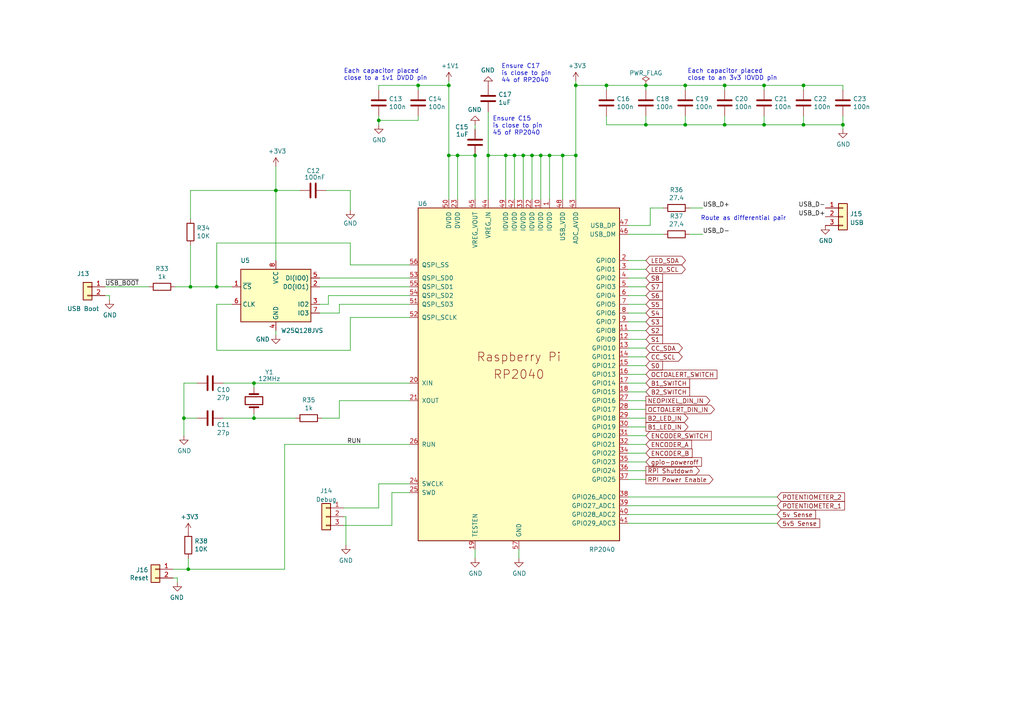
<source format=kicad_sch>
(kicad_sch (version 20211123) (generator eeschema)
  (paper "A4")
  (title_block (title "GUP Control Board") (date "2022-08-08") (rev "v3"))
  (lib_symbols
    (symbol "Connector_Generic:Conn_01x02" (pin_names (offset 1.016) hide)
      (property "Reference" "J" (at 0 2.54 0))
      (property "Value" "Conn_01x02" (at 0 -5.08 0))
      (symbol "Conn_01x02_1_1"
        (rectangle (start -1.27 -2.413) (end 0 -2.667) (stroke (width 0.1524)))
        (rectangle (start -1.27 0.127) (end 0 -0.127) (stroke (width 0.1524)))
        (rectangle (start -1.27 1.27) (end 1.27 -3.81) (stroke (width 0.254)) (fill (type background)))
        (pin passive line (at -5.08 0 0) (length 3.81) (name "Pin_1") (number "1"))
        (pin passive line (at -5.08 -2.54 0) (length 3.81) (name "Pin_2") (number "2"))
      )
    )
    (symbol "Connector_Generic:Conn_01x03" (pin_names (offset 1.016) hide)
      (property "Reference" "J" (at 0 5.08 0))
      (property "Value" "Conn_01x03" (at 0 -5.08 0))
      (symbol "Conn_01x03_1_1"
        (rectangle (start -1.27 -2.413) (end 0 -2.667) (stroke (width 0.1524)))
        (rectangle (start -1.27 0.127) (end 0 -0.127) (stroke (width 0.1524)))
        (rectangle (start -1.27 2.667) (end 0 2.413) (stroke (width 0.1524)))
        (rectangle (start -1.27 3.81) (end 1.27 -3.81) (stroke (width 0.254)) (fill (type background)))
        (pin passive line (at -5.08 2.54 0) (length 3.81) (name "Pin_1") (number "1"))
        (pin passive line (at -5.08 0 0) (length 3.81) (name "Pin_2") (number "2"))
        (pin passive line (at -5.08 -2.54 0) (length 3.81) (name "Pin_3") (number "3"))
      )
    )
    (symbol "Device:C" (pin_numbers hide) (pin_names (offset 0.254))
      (property "Reference" "C" (at 0.635 2.54 0))
      (property "Value" "C" (at 0.635 -2.54 0))
      (symbol "C_0_1"
        (polyline (pts (xy -2.032 -0.762) (xy 2.032 -0.762)) (stroke (width 0.508)))
        (polyline (pts (xy -2.032 0.762) (xy 2.032 0.762)) (stroke (width 0.508)))
      )
      (symbol "C_1_1"
        (pin passive line (at 0 3.81 270) (length 2.794) (name "~") (number "1"))
        (pin passive line (at 0 -3.81 90) (length 2.794) (name "~") (number "2"))
      )
    )
    (symbol "Device:Crystal" (pin_numbers hide) (pin_names (offset 1.016) hide)
      (property "Reference" "Y" (at 0 3.81 0))
      (property "Value" "Crystal" (at 0 -3.81 0))
      (symbol "Crystal_0_1"
        (rectangle (start -1.143 2.54) (end 1.143 -2.54) (stroke (width 0.3048)))
        (polyline (pts (xy -2.54 0) (xy -1.905 0)))
        (polyline (pts (xy -1.905 -1.27) (xy -1.905 1.27)) (stroke (width 0.508)))
        (polyline (pts (xy 1.905 -1.27) (xy 1.905 1.27)) (stroke (width 0.508)))
        (polyline (pts (xy 2.54 0) (xy 1.905 0)))
      )
      (symbol "Crystal_1_1"
        (pin passive line (at -3.81 0 0) (length 1.27) (name "1") (number "1"))
        (pin passive line (at 3.81 0 180) (length 1.27) (name "2") (number "2"))
      )
    )
    (symbol "Device:R" (pin_numbers hide) (pin_names (offset 0))
      (property "Reference" "R" (at 2.032 0 90))
      (property "Value" "R" (at 0 0 90))
      (symbol "R_0_1"
        (rectangle (start -1.016 -2.54) (end 1.016 2.54) (stroke (width 0.254)))
      )
      (symbol "R_1_1"
        (pin passive line (at 0 3.81 270) (length 1.27) (name "~") (number "1"))
        (pin passive line (at 0 -3.81 90) (length 1.27) (name "~") (number "2"))
      )
    )
    (symbol "MCU_RaspberryPi_RP2040:RP2040" (pin_names (offset 1.016))
      (property "Reference" "U" (at -29.21 49.53 0))
      (property "Value" "RP2040" (at 24.13 -49.53 0))
      (symbol "RP2040_0_0"
        (text "Raspberry Pi" (at 0 5.08 0) (effects (font (size 2.54 2.54))))
        (text "RP2040" (at 0 0 0) (effects (font (size 2.54 2.54))))
      )
      (symbol "RP2040_0_1"
        (rectangle (start 29.21 48.26) (end -29.21 -48.26) (stroke (width 0.254)) (fill (type background)))
      )
      (symbol "RP2040_1_1"
        (pin power_in line (at 8.89 50.8 270) (length 2.54) (name "IOVDD") (number "1"))
        (pin power_in line (at 6.35 50.8 270) (length 2.54) (name "IOVDD") (number "10"))
        (pin bidirectional line (at 31.75 12.7 180) (length 2.54) (name "GPIO8") (number "11"))
        (pin bidirectional line (at 31.75 10.16 180) (length 2.54) (name "GPIO9") (number "12"))
        (pin bidirectional line (at 31.75 7.62 180) (length 2.54) (name "GPIO10") (number "13"))
        (pin bidirectional line (at 31.75 5.08 180) (length 2.54) (name "GPIO11") (number "14"))
        (pin bidirectional line (at 31.75 2.54 180) (length 2.54) (name "GPIO12") (number "15"))
        (pin bidirectional line (at 31.75 0 180) (length 2.54) (name "GPIO13") (number "16"))
        (pin bidirectional line (at 31.75 -2.54 180) (length 2.54) (name "GPIO14") (number "17"))
        (pin bidirectional line (at 31.75 -5.08 180) (length 2.54) (name "GPIO15") (number "18"))
        (pin passive line (at -12.7 -50.8 90) (length 2.54) (name "TESTEN") (number "19"))
        (pin bidirectional line (at 31.75 33.02 180) (length 2.54) (name "GPIO0") (number "2"))
        (pin input line (at -31.75 -2.54 0) (length 2.54) (name "XIN") (number "20"))
        (pin passive line (at -31.75 -7.62 0) (length 2.54) (name "XOUT") (number "21"))
        (pin power_in line (at 3.81 50.8 270) (length 2.54) (name "IOVDD") (number "22"))
        (pin power_in line (at -17.78 50.8 270) (length 2.54) (name "DVDD") (number "23"))
        (pin output line (at -31.75 -31.75 0) (length 2.54) (name "SWCLK") (number "24"))
        (pin bidirectional line (at -31.75 -34.29 0) (length 2.54) (name "SWD") (number "25"))
        (pin input line (at -31.75 -20.32 0) (length 2.54) (name "RUN") (number "26"))
        (pin bidirectional line (at 31.75 -7.62 180) (length 2.54) (name "GPIO16") (number "27"))
        (pin bidirectional line (at 31.75 -10.16 180) (length 2.54) (name "GPIO17") (number "28"))
        (pin bidirectional line (at 31.75 -12.7 180) (length 2.54) (name "GPIO18") (number "29"))
        (pin bidirectional line (at 31.75 30.48 180) (length 2.54) (name "GPIO1") (number "3"))
        (pin bidirectional line (at 31.75 -15.24 180) (length 2.54) (name "GPIO19") (number "30"))
        (pin bidirectional line (at 31.75 -17.78 180) (length 2.54) (name "GPIO20") (number "31"))
        (pin bidirectional line (at 31.75 -20.32 180) (length 2.54) (name "GPIO21") (number "32"))
        (pin power_in line (at 1.27 50.8 270) (length 2.54) (name "IOVDD") (number "33"))
        (pin bidirectional line (at 31.75 -22.86 180) (length 2.54) (name "GPIO22") (number "34"))
        (pin bidirectional line (at 31.75 -25.4 180) (length 2.54) (name "GPIO23") (number "35"))
        (pin bidirectional line (at 31.75 -27.94 180) (length 2.54) (name "GPIO24") (number "36"))
        (pin bidirectional line (at 31.75 -30.48 180) (length 2.54) (name "GPIO25") (number "37"))
        (pin bidirectional line (at 31.75 -35.56 180) (length 2.54) (name "GPIO26_ADC0") (number "38"))
        (pin bidirectional line (at 31.75 -38.1 180) (length 2.54) (name "GPIO27_ADC1") (number "39"))
        (pin bidirectional line (at 31.75 27.94 180) (length 2.54) (name "GPIO2") (number "4"))
        (pin bidirectional line (at 31.75 -40.64 180) (length 2.54) (name "GPIO28_ADC2") (number "40"))
        (pin bidirectional line (at 31.75 -43.18 180) (length 2.54) (name "GPIO29_ADC3") (number "41"))
        (pin power_in line (at -1.27 50.8 270) (length 2.54) (name "IOVDD") (number "42"))
        (pin power_in line (at 16.51 50.8 270) (length 2.54) (name "ADC_AVDD") (number "43"))
        (pin power_in line (at -8.89 50.8 270) (length 2.54) (name "VREG_IN") (number "44"))
        (pin power_out line (at -12.7 50.8 270) (length 2.54) (name "VREG_VOUT") (number "45"))
        (pin bidirectional line (at 31.75 40.64 180) (length 2.54) (name "USB_DM") (number "46"))
        (pin bidirectional line (at 31.75 43.18 180) (length 2.54) (name "USB_DP") (number "47"))
        (pin power_in line (at 12.7 50.8 270) (length 2.54) (name "USB_VDD") (number "48"))
        (pin power_in line (at -3.81 50.8 270) (length 2.54) (name "IOVDD") (number "49"))
        (pin bidirectional line (at 31.75 25.4 180) (length 2.54) (name "GPIO3") (number "5"))
        (pin power_in line (at -20.32 50.8 270) (length 2.54) (name "DVDD") (number "50"))
        (pin bidirectional line (at -31.75 20.32 0) (length 2.54) (name "QSPI_SD3") (number "51"))
        (pin output line (at -31.75 16.51 0) (length 2.54) (name "QSPI_SCLK") (number "52"))
        (pin bidirectional line (at -31.75 27.94 0) (length 2.54) (name "QSPI_SD0") (number "53"))
        (pin bidirectional line (at -31.75 22.86 0) (length 2.54) (name "QSPI_SD2") (number "54"))
        (pin bidirectional line (at -31.75 25.4 0) (length 2.54) (name "QSPI_SD1") (number "55"))
        (pin bidirectional line (at -31.75 31.75 0) (length 2.54) (name "QSPI_SS") (number "56"))
        (pin power_in line (at 0 -50.8 90) (length 2.54) (name "GND") (number "57"))
        (pin bidirectional line (at 31.75 22.86 180) (length 2.54) (name "GPIO4") (number "6"))
        (pin bidirectional line (at 31.75 20.32 180) (length 2.54) (name "GPIO5") (number "7"))
        (pin bidirectional line (at 31.75 17.78 180) (length 2.54) (name "GPIO6") (number "8"))
        (pin bidirectional line (at 31.75 15.24 180) (length 2.54) (name "GPIO7") (number "9"))
      )
    )
    (symbol "Memory_Flash:W25Q128JVS"
      (property "Reference" "U" (at -8.89 8.89 0))
      (property "Value" "W25Q128JVS" (at 7.62 8.89 0))
      (symbol "W25Q128JVS_0_1"
        (rectangle (start -10.16 7.62) (end 10.16 -7.62) (stroke (width 0.254)) (fill (type background)))
      )
      (symbol "W25Q128JVS_1_1"
        (pin input line (at -12.7 2.54 0) (length 2.54) (name "~{CS}") (number "1"))
        (pin bidirectional line (at 12.7 2.54 180) (length 2.54) (name "DO(IO1)") (number "2"))
        (pin bidirectional line (at 12.7 -2.54 180) (length 2.54) (name "IO2") (number "3"))
        (pin power_in line (at 0 -10.16 90) (length 2.54) (name "GND") (number "4"))
        (pin bidirectional line (at 12.7 5.08 180) (length 2.54) (name "DI(IO0)") (number "5"))
        (pin input line (at -12.7 -2.54 0) (length 2.54) (name "CLK") (number "6"))
        (pin bidirectional line (at 12.7 -5.08 180) (length 2.54) (name "IO3") (number "7"))
        (pin power_in line (at 0 10.16 270) (length 2.54) (name "VCC") (number "8"))
      )
    )
    (symbol "power:+1V1" (power) (pin_names (offset 0))
      (property "Value" "+1V1" (at 0 3.556 0))
      (symbol "+1V1_0_1"
        (polyline (pts (xy -0.762 1.27) (xy 0 2.54)))
        (polyline (pts (xy 0 0) (xy 0 2.54)))
        (polyline (pts (xy 0 2.54) (xy 0.762 1.27)))
      )
      (symbol "+1V1_1_1"
        (pin power_in line (at 0 0 90) (length 0) hide (name "+1V1") (number "1"))
      )
    )
    (symbol "power:+3V3" (power) (pin_names (offset 0))
      (property "Value" "+3V3" (at 0 3.556 0))
      (symbol "+3V3_0_1"
        (polyline (pts (xy -0.762 1.27) (xy 0 2.54)))
        (polyline (pts (xy 0 0) (xy 0 2.54)))
        (polyline (pts (xy 0 2.54) (xy 0.762 1.27)))
      )
      (symbol "+3V3_1_1"
        (pin power_in line (at 0 0 90) (length 0) hide (name "+3V3") (number "1"))
      )
    )
    (symbol "power:GND" (power) (pin_names (offset 0))
      (property "Value" "GND" (at 0 -3.81 0))
      (symbol "GND_0_1"
        (polyline (pts (xy 0 0) (xy 0 -1.27) (xy 1.27 -1.27) (xy 0 -2.54) (xy -1.27 -1.27) (xy 0 -1.27)))
      )
      (symbol "GND_1_1"
        (pin power_in line (at 0 0 270) (length 0) hide (name "GND") (number "1"))
      )
    )
    (symbol "power:PWR_FLAG" (power) (pin_numbers hide) (pin_names (offset 0) hide)
      (property "Value" "PWR_FLAG" (at 0 3.81 0))
      (symbol "PWR_FLAG_0_0"
        (pin power_out line (at 0 0 90) (length 0) (name "pwr") (number "1"))
      )
      (symbol "PWR_FLAG_0_1"
        (polyline (pts (xy 0 0) (xy 0 1.27) (xy -1.016 1.905) (xy 0 2.54) (xy 1.016 1.905) (xy 0 1.27)))
      )
    )
  )
  (junction (at 53.34 121.285))
  (junction (at 132.715 45.085))
  (junction (at 233.045 36.195))
  (junction (at 121.285 24.765))
  (junction (at 187.325 36.195))
  (junction (at 210.185 24.765))
  (junction (at 130.175 45.085))
  (junction (at 198.755 36.195))
  (junction (at 167.005 24.765))
  (junction (at 210.185 36.195))
  (junction (at 55.245 83.185))
  (junction (at 54.61 165.1))
  (junction (at 137.795 45.085))
  (junction (at 73.66 111.125))
  (junction (at 62.865 83.185))
  (junction (at 146.685 45.085))
  (junction (at 80.01 55.245))
  (junction (at 130.175 24.765))
  (junction (at 154.305 45.085))
  (junction (at 149.225 45.085))
  (junction (at 109.855 34.925))
  (junction (at 167.005 45.085))
  (junction (at 163.195 45.085))
  (junction (at 221.615 36.195))
  (junction (at 141.605 45.085))
  (junction (at 73.66 121.285))
  (junction (at 198.755 24.765))
  (junction (at 187.325 24.765))
  (junction (at 151.765 45.085))
  (junction (at 156.845 45.085))
  (junction (at 233.045 24.765))
  (junction (at 159.385 45.085))
  (junction (at 175.895 24.765))
  (junction (at 221.615 24.765))
  (junction (at 244.475 36.195))
  (wire (pts (xy 109.855 147.32) (xy 109.855 140.335)))
  (wire (pts (xy 55.245 55.245) (xy 55.245 63.5)))
  (wire (pts (xy 233.045 36.195) (xy 244.475 36.195)))
  (wire (pts (xy 113.665 152.4) (xy 113.665 142.875)))
  (wire (pts (xy 99.695 149.86) (xy 100.33 149.86)))
  (wire (pts (xy 53.34 111.125) (xy 53.34 121.285)))
  (wire (pts (xy 187.325 33.655) (xy 187.325 36.195)))
  (wire (pts (xy 149.225 57.785) (xy 149.225 45.085)))
  (wire (pts (xy 137.795 45.085) (xy 132.715 45.085)))
  (wire (pts (xy 146.685 57.785) (xy 146.685 45.085)))
  (wire (pts (xy 182.245 146.685) (xy 225.425 146.685)))
  (wire (pts (xy 101.6 70.485) (xy 101.6 76.835)))
  (wire (pts (xy 149.225 45.085) (xy 151.765 45.085)))
  (wire (pts (xy 146.685 45.085) (xy 149.225 45.085)))
  (wire (pts (xy 93.345 121.285) (xy 98.425 121.285)))
  (wire (pts (xy 182.245 67.945) (xy 192.405 67.945)))
  (wire (pts (xy 121.285 24.765) (xy 130.175 24.765)))
  (wire (pts (xy 92.71 80.645) (xy 118.745 80.645)))
  (wire (pts (xy 233.045 26.035) (xy 233.045 24.765)))
  (wire (pts (xy 167.005 24.765) (xy 175.895 24.765)))
  (wire (pts (xy 62.865 88.265) (xy 67.31 88.265)))
  (wire (pts (xy 92.71 88.265) (xy 95.25 88.265)))
  (wire (pts (xy 151.765 45.085) (xy 154.305 45.085)))
  (wire (pts (xy 187.325 36.195) (xy 175.895 36.195)))
  (wire (pts (xy 141.605 45.085) (xy 146.685 45.085)))
  (wire (pts (xy 92.71 90.805) (xy 98.425 90.805)))
  (wire (pts (xy 182.245 151.765) (xy 225.425 151.765)))
  (wire (pts (xy 182.245 93.345) (xy 187.325 93.345)))
  (wire (pts (xy 221.615 26.035) (xy 221.615 24.765)))
  (wire (pts (xy 182.245 80.645) (xy 187.325 80.645)))
  (wire (pts (xy 50.8 83.185) (xy 55.245 83.185)))
  (wire (pts (xy 121.285 34.925) (xy 121.285 33.655)))
  (wire (pts (xy 98.425 121.285) (xy 98.425 116.205)))
  (wire (pts (xy 182.245 111.125) (xy 187.325 111.125)))
  (wire (pts (xy 73.66 111.125) (xy 118.745 111.125)))
  (wire (pts (xy 51.435 167.64) (xy 51.435 168.91)))
  (wire (pts (xy 156.845 57.785) (xy 156.845 45.085)))
  (wire (pts (xy 109.855 34.925) (xy 109.855 36.195)))
  (wire (pts (xy 80.01 48.26) (xy 80.01 55.245)))
  (wire (pts (xy 182.245 83.185) (xy 187.325 83.185)))
  (wire (pts (xy 109.855 33.655) (xy 109.855 34.925)))
  (wire (pts (xy 98.425 88.265) (xy 98.425 90.805)))
  (wire (pts (xy 94.615 55.245) (xy 101.6 55.245)))
  (wire (pts (xy 167.005 24.765) (xy 167.005 45.085)))
  (wire (pts (xy 137.795 159.385) (xy 137.795 161.925)))
  (wire (pts (xy 182.245 121.285) (xy 187.325 121.285)))
  (wire (pts (xy 187.325 24.765) (xy 198.755 24.765)))
  (wire (pts (xy 210.185 33.655) (xy 210.185 36.195)))
  (wire (pts (xy 233.045 36.195) (xy 221.615 36.195)))
  (wire (pts (xy 182.245 65.405) (xy 188.595 65.405)))
  (wire (pts (xy 98.425 116.205) (xy 118.745 116.205)))
  (wire (pts (xy 109.855 24.765) (xy 121.285 24.765)))
  (wire (pts (xy 175.895 24.765) (xy 187.325 24.765)))
  (wire (pts (xy 159.385 45.085) (xy 159.385 57.785)))
  (wire (pts (xy 182.245 88.265) (xy 187.325 88.265)))
  (wire (pts (xy 233.045 33.655) (xy 233.045 36.195)))
  (wire (pts (xy 198.755 33.655) (xy 198.755 36.195)))
  (wire (pts (xy 182.245 75.565) (xy 187.325 75.565)))
  (wire (pts (xy 118.745 128.905) (xy 82.55 128.905)))
  (wire (pts (xy 182.245 123.825) (xy 187.325 123.825)))
  (wire (pts (xy 121.285 26.035) (xy 121.285 24.765)))
  (wire (pts (xy 82.55 128.905) (xy 82.55 165.1)))
  (wire (pts (xy 182.245 126.365) (xy 187.325 126.365)))
  (wire (pts (xy 101.6 101.6) (xy 62.865 101.6)))
  (wire (pts (xy 156.845 45.085) (xy 159.385 45.085)))
  (wire (pts (xy 130.175 45.085) (xy 130.175 57.785)))
  (wire (pts (xy 182.245 103.505) (xy 187.325 103.505)))
  (wire (pts (xy 43.18 83.185) (xy 30.48 83.185)))
  (wire (pts (xy 73.66 121.285) (xy 85.725 121.285)))
  (wire (pts (xy 182.245 98.425) (xy 187.325 98.425)))
  (wire (pts (xy 210.185 36.195) (xy 198.755 36.195)))
  (wire (pts (xy 200.025 67.945) (xy 203.835 67.945)))
  (wire (pts (xy 101.6 76.835) (xy 118.745 76.835)))
  (wire (pts (xy 154.305 45.085) (xy 156.845 45.085)))
  (wire (pts (xy 99.695 152.4) (xy 113.665 152.4)))
  (wire (pts (xy 221.615 36.195) (xy 210.185 36.195)))
  (wire (pts (xy 80.01 55.245) (xy 86.995 55.245)))
  (wire (pts (xy 132.715 45.085) (xy 130.175 45.085)))
  (wire (pts (xy 182.245 136.525) (xy 187.325 136.525)))
  (wire (pts (xy 167.005 23.495) (xy 167.005 24.765)))
  (wire (pts (xy 80.01 95.885) (xy 80.01 97.155)))
  (wire (pts (xy 244.475 33.655) (xy 244.475 36.195)))
  (wire (pts (xy 92.71 83.185) (xy 118.745 83.185)))
  (wire (pts (xy 151.765 57.785) (xy 151.765 45.085)))
  (wire (pts (xy 109.855 26.035) (xy 109.855 24.765)))
  (wire (pts (xy 113.665 142.875) (xy 118.745 142.875)))
  (wire (pts (xy 101.6 55.245) (xy 101.6 60.96)))
  (wire (pts (xy 182.245 90.805) (xy 187.325 90.805)))
  (wire (pts (xy 244.475 36.195) (xy 244.475 37.465)))
  (wire (pts (xy 182.245 139.065) (xy 187.325 139.065)))
  (wire (pts (xy 101.6 70.485) (xy 62.865 70.485)))
  (wire (pts (xy 182.245 113.665) (xy 187.325 113.665)))
  (wire (pts (xy 132.715 57.785) (xy 132.715 45.085)))
  (wire (pts (xy 118.745 88.265) (xy 98.425 88.265)))
  (wire (pts (xy 182.245 85.725) (xy 187.325 85.725)))
  (wire (pts (xy 182.245 95.885) (xy 187.325 95.885)))
  (wire (pts (xy 137.795 57.785) (xy 137.795 45.085)))
  (wire (pts (xy 163.195 57.785) (xy 163.195 45.085)))
  (wire (pts (xy 198.755 24.765) (xy 210.185 24.765)))
  (wire (pts (xy 175.895 26.035) (xy 175.895 24.765)))
  (wire (pts (xy 198.755 36.195) (xy 187.325 36.195)))
  (wire (pts (xy 73.66 120.015) (xy 73.66 121.285)))
  (wire (pts (xy 137.795 36.195) (xy 137.795 37.465)))
  (wire (pts (xy 62.865 83.185) (xy 67.31 83.185)))
  (wire (pts (xy 99.695 147.32) (xy 109.855 147.32)))
  (wire (pts (xy 187.325 26.035) (xy 187.325 24.765)))
  (wire (pts (xy 62.865 70.485) (xy 62.865 83.185)))
  (wire (pts (xy 54.61 165.1) (xy 50.165 165.1)))
  (wire (pts (xy 221.615 24.765) (xy 233.045 24.765)))
  (wire (pts (xy 163.195 45.085) (xy 167.005 45.085)))
  (wire (pts (xy 64.77 121.285) (xy 73.66 121.285)))
  (wire (pts (xy 100.33 149.86) (xy 100.33 158.115)))
  (wire (pts (xy 167.005 45.085) (xy 167.005 57.785)))
  (wire (pts (xy 210.185 24.765) (xy 221.615 24.765)))
  (wire (pts (xy 53.34 121.285) (xy 53.34 126.365)))
  (wire (pts (xy 109.855 34.925) (xy 121.285 34.925)))
  (wire (pts (xy 55.245 83.185) (xy 62.865 83.185)))
  (wire (pts (xy 109.855 140.335) (xy 118.745 140.335)))
  (wire (pts (xy 130.175 23.495) (xy 130.175 24.765)))
  (wire (pts (xy 141.605 45.085) (xy 141.605 32.385)))
  (wire (pts (xy 30.48 85.725) (xy 31.75 85.725)))
  (wire (pts (xy 101.6 92.075) (xy 101.6 101.6)))
  (wire (pts (xy 154.305 45.085) (xy 154.305 57.785)))
  (wire (pts (xy 188.595 60.325) (xy 192.405 60.325)))
  (wire (pts (xy 182.245 149.225) (xy 225.425 149.225)))
  (wire (pts (xy 182.245 106.045) (xy 187.325 106.045)))
  (wire (pts (xy 182.245 131.445) (xy 187.325 131.445)))
  (wire (pts (xy 95.25 88.265) (xy 95.25 85.725)))
  (wire (pts (xy 80.01 55.245) (xy 80.01 75.565)))
  (wire (pts (xy 198.755 26.035) (xy 198.755 24.765)))
  (wire (pts (xy 55.245 71.12) (xy 55.245 83.185)))
  (wire (pts (xy 62.865 101.6) (xy 62.865 88.265)))
  (wire (pts (xy 57.15 121.285) (xy 53.34 121.285)))
  (wire (pts (xy 200.025 60.325) (xy 203.835 60.325)))
  (wire (pts (xy 55.245 55.245) (xy 80.01 55.245)))
  (wire (pts (xy 175.895 33.655) (xy 175.895 36.195)))
  (wire (pts (xy 31.75 85.725) (xy 31.75 86.995)))
  (wire (pts (xy 130.175 24.765) (xy 130.175 45.085)))
  (wire (pts (xy 182.245 100.965) (xy 187.325 100.965)))
  (wire (pts (xy 244.475 26.035) (xy 244.475 24.765)))
  (wire (pts (xy 188.595 60.325) (xy 188.595 65.405)))
  (wire (pts (xy 182.245 144.145) (xy 225.425 144.145)))
  (wire (pts (xy 54.61 161.925) (xy 54.61 165.1)))
  (wire (pts (xy 182.245 116.205) (xy 187.325 116.205)))
  (wire (pts (xy 95.25 85.725) (xy 118.745 85.725)))
  (wire (pts (xy 82.55 165.1) (xy 54.61 165.1)))
  (wire (pts (xy 182.245 118.745) (xy 187.325 118.745)))
  (wire (pts (xy 118.745 92.075) (xy 101.6 92.075)))
  (wire (pts (xy 50.165 167.64) (xy 51.435 167.64)))
  (wire (pts (xy 159.385 45.085) (xy 163.195 45.085)))
  (wire (pts (xy 73.66 111.125) (xy 73.66 112.395)))
  (wire (pts (xy 141.605 57.785) (xy 141.605 45.085)))
  (wire (pts (xy 182.245 133.985) (xy 187.325 133.985)))
  (wire (pts (xy 182.245 108.585) (xy 187.325 108.585)))
  (wire (pts (xy 233.045 24.765) (xy 244.475 24.765)))
  (wire (pts (xy 57.15 111.125) (xy 53.34 111.125)))
  (wire (pts (xy 182.245 78.105) (xy 187.325 78.105)))
  (wire (pts (xy 182.245 128.905) (xy 187.325 128.905)))
  (wire (pts (xy 221.615 33.655) (xy 221.615 36.195)))
  (wire (pts (xy 64.77 111.125) (xy 73.66 111.125)))
  (wire (pts (xy 210.185 26.035) (xy 210.185 24.765)))
  (wire (pts (xy 150.495 159.385) (xy 150.495 161.925)))
  (text "Route as differential pair" (at 203.2 64.135 0) (effects (font (size 1.27 1.27)) (justify left bottom)))
  (text "Ensure C15\nis close to pin\n45 of RP2040" (at 142.875 39.37 0) (effects (font (size 1.27 1.27)) (justify left bottom)))
  (text "Each capacitor placed\nclose to an 3v3 IOVDD pin" (at 199.39 23.495 0) (effects (font (size 1.27 1.27)) (justify left bottom)))
  (text "Ensure C17\nis close to pin\n44 of RP2040" (at 145.415 24.13 0) (effects (font (size 1.27 1.27)) (justify left bottom)))
  (text "Each capacitor placed\nclose to a 1v1 DVDD pin" (at 99.695 23.495 0) (effects (font (size 1.27 1.27)) (justify left bottom)))
  (label "USB_D-" (at 203.835 67.945 0))
  (label "USB_D+" (at 203.835 60.325 0))
  (label "USB_D+" (at 239.395 62.865 180))
  (label "RUN" (at 104.775 128.905 180))
  (label "~{USB_BOOT}" (at 30.48 83.185 0))
  (label "USB_D-" (at 239.395 60.325 180))
  (global_label "ENCODER_B" (shape input) (at 187.325 131.445 0) (property "Intersheet References" "${INTERSHEET_REFS}" (effects hide)))
  (global_label "B2_SWITCH" (shape input) (at 187.325 113.665 0) (property "Intersheet References" "${INTERSHEET_REFS}" (effects hide)))
  (global_label "S4" (shape input) (at 187.325 90.805 0) (property "Intersheet References" "${INTERSHEET_REFS}" (effects hide)))
  (global_label "5v Sense" (shape input) (at 225.425 149.225 0) (property "Intersheet References" "${INTERSHEET_REFS}" (effects hide)))
  (global_label "S8" (shape input) (at 187.325 80.645 0) (property "Intersheet References" "${INTERSHEET_REFS}" (effects hide)))
  (global_label "POTENTIOMETER_1" (shape input) (at 225.425 146.685 0) (property "Intersheet References" "${INTERSHEET_REFS}" (effects hide)))
  (global_label "POTENTIOMETER_2" (shape input) (at 225.425 144.145 0) (property "Intersheet References" "${INTERSHEET_REFS}" (effects hide)))
  (global_label "~{RPi Shutdown}" (shape output) (at 187.325 136.525 0) (property "Intersheet References" "${INTERSHEET_REFS}" (effects hide)))
  (global_label "OCTOALERT_DIN_IN" (shape output) (at 187.325 118.745 0) (property "Intersheet References" "${INTERSHEET_REFS}" (effects hide)))
  (global_label "S1" (shape input) (at 187.325 98.425 0) (property "Intersheet References" "${INTERSHEET_REFS}" (effects hide)))
  (global_label "S5" (shape input) (at 187.325 88.265 0) (property "Intersheet References" "${INTERSHEET_REFS}" (effects hide)))
  (global_label "S7" (shape input) (at 187.325 83.185 0) (property "Intersheet References" "${INTERSHEET_REFS}" (effects hide)))
  (global_label "ENCODER_SWITCH" (shape input) (at 187.325 126.365 0) (property "Intersheet References" "${INTERSHEET_REFS}" (effects hide)))
  (global_label "5v5 Sense" (shape input) (at 225.425 151.765 0) (property "Intersheet References" "${INTERSHEET_REFS}" (effects hide)))
  (global_label "gpio-poweroff" (shape input) (at 187.325 133.985 0) (property "Intersheet References" "${INTERSHEET_REFS}" (effects hide)))
  (global_label "NEOPIXEL_DIN_IN" (shape output) (at 187.325 116.205 0) (property "Intersheet References" "${INTERSHEET_REFS}" (effects hide)))
  (global_label "LED_SDA" (shape bidirectional) (at 187.325 75.565 0) (property "Intersheet References" "${INTERSHEET_REFS}" (effects hide)))
  (global_label "RPI Power Enable" (shape output) (at 187.325 139.065 0) (property "Intersheet References" "${INTERSHEET_REFS}" (effects hide)))
  (global_label "OCTOALERT_SWITCH" (shape input) (at 187.325 108.585 0) (property "Intersheet References" "${INTERSHEET_REFS}" (effects hide)))
  (global_label "S6" (shape input) (at 187.325 85.725 0) (property "Intersheet References" "${INTERSHEET_REFS}" (effects hide)))
  (global_label "B2_LED_IN" (shape output) (at 187.325 121.285 0) (property "Intersheet References" "${INTERSHEET_REFS}" (effects hide)))
  (global_label "B1_LED_IN" (shape output) (at 187.325 123.825 0) (property "Intersheet References" "${INTERSHEET_REFS}" (effects hide)))
  (global_label "S0" (shape input) (at 187.325 106.045 0) (property "Intersheet References" "${INTERSHEET_REFS}" (effects hide)))
  (global_label "CC_SCL" (shape bidirectional) (at 187.325 103.505 0) (property "Intersheet References" "${INTERSHEET_REFS}" (effects hide)))
  (global_label "B1_SWITCH" (shape input) (at 187.325 111.125 0) (property "Intersheet References" "${INTERSHEET_REFS}" (effects hide)))
  (global_label "LED_SCL" (shape bidirectional) (at 187.325 78.105 0) (property "Intersheet References" "${INTERSHEET_REFS}" (effects hide)))
  (global_label "S2" (shape input) (at 187.325 95.885 0) (property "Intersheet References" "${INTERSHEET_REFS}" (effects hide)))
  (global_label "CC_SDA" (shape bidirectional) (at 187.325 100.965 0) (property "Intersheet References" "${INTERSHEET_REFS}" (effects hide)))
  (global_label "S3" (shape input) (at 187.325 93.345 0) (property "Intersheet References" "${INTERSHEET_REFS}" (effects hide)))
  (global_label "ENCODER_A" (shape input) (at 187.325 128.905 0) (property "Intersheet References" "${INTERSHEET_REFS}" (effects hide)))
  (symbol (lib_id "Device:R") (at 55.245 67.31 0) (unit 1)
    (property "Reference" "R34" (at 57.023 66.1416 0) (effects (justify left)))
    (property "Value" "10K" (at 57.023 68.453 0) (effects (justify left)))
    (property "Footprint" "Resistor_SMD:R_1206_3216Metric_Pad1.30x1.75mm_HandSolder" (effects hide))
  )
  (symbol (lib_id "power:GND") (at 100.33 158.115 0) (mirror y) (unit 1)
    (property "Reference" "#PWR047" (effects hide))
    (property "Value" "GND" (at 100.33 162.5584 0))
  )
  (symbol (lib_id "Memory_Flash:W25Q128JVS") (at 80.01 85.725 0) (unit 1)
    (property "Reference" "U5" (at 71.12 75.565 0))
    (property "Value" "W25Q128JVS" (at 87.63 95.885 0))
    (property "Footprint" "SamacSys_Parts:SOIC127P790X216-8N" (effects hide))
    (property "Datasheet" "http://www.winbond.com/resource-files/w25q128jv_dtr%20revc%2003272018%20plus.pdf" (effects hide))
  )
  (symbol (lib_id "power:GND") (at 137.795 36.195 180) (unit 1)
    (property "Reference" "#PWR049" (effects hide))
    (property "Value" "GND" (at 137.668 31.8008 0))
  )
  (symbol (lib_id "Device:R") (at 54.61 158.115 0) (unit 1)
    (property "Reference" "R38" (at 56.388 156.9466 0) (effects (justify left)))
    (property "Value" "10K" (at 56.388 159.258 0) (effects (justify left)))
    (property "Footprint" "Resistor_SMD:R_0603_1608Metric_Pad0.98x0.95mm_HandSolder" (effects hide))
  )
  (symbol (lib_id "Device:C") (at 210.185 29.845 0) (unit 1)
    (property "Reference" "C20" (at 213.106 28.6766 0) (effects (justify left)))
    (property "Value" "100n" (at 213.106 30.988 0) (effects (justify left)))
    (property "Footprint" "Capacitor_SMD:C_0603_1608Metric_Pad1.08x0.95mm_HandSolder" (effects hide))
  )
  (symbol (lib_id "power:GND") (at 80.01 97.155 0) (unit 1)
    (property "Reference" "#PWR046" (effects hide))
    (property "Value" "GND" (at 76.2 98.425 0))
  )
  (symbol (lib_id "Connector_Generic:Conn_01x03") (at 244.475 62.865 0) (unit 1)
    (property "Reference" "J15" (at 246.507 62.0303 0) (effects (justify left)))
    (property "Value" "USB" (at 246.507 64.5672 0) (effects (justify left)))
    (property "Footprint" "Connector_PinHeader_2.54mm:PinHeader_1x03_P2.54mm_Vertical" (effects hide))
  )
  (symbol (lib_id "Connector_Generic:Conn_01x02") (at 45.085 165.1 0) (mirror y) (unit 1)
    (property "Reference" "J16" (at 43.053 165.3032 0) (effects (justify left)))
    (property "Value" "Reset" (at 43.053 167.6146 0) (effects (justify left)))
    (property "Footprint" "Connector_PinHeader_2.54mm:PinHeader_1x02_P2.54mm_Vertical" (effects hide))
  )
  (symbol (lib_id "MCU_RaspberryPi_RP2040:RP2040") (at 150.495 108.585 0) (unit 1)
    (property "Reference" "U6" (at 122.555 59.055 0))
    (property "Value" "RP2040" (at 174.625 159.385 0))
    (property "Footprint" "RP2040_minimal:RP2040-QFN-56" (effects hide))
  )
  (symbol (lib_id "Device:C") (at 121.285 29.845 0) (unit 1)
    (property "Reference" "C14" (at 124.206 28.6766 0) (effects (justify left)))
    (property "Value" "100n" (at 124.206 30.988 0) (effects (justify left)))
    (property "Footprint" "Capacitor_SMD:C_0603_1608Metric_Pad1.08x0.95mm_HandSolder" (effects hide))
  )
  (symbol (lib_id "Device:R") (at 196.215 60.325 270) (unit 1)
    (property "Reference" "R36" (at 196.215 55.0672 90))
    (property "Value" "27.4" (at 196.215 57.3786 90))
    (property "Footprint" "Resistor_SMD:R_0603_1608Metric_Pad0.98x0.95mm_HandSolder" (effects hide))
  )
  (symbol (lib_id "Device:C") (at 90.805 55.245 270) (mirror x) (unit 1)
    (property "Reference" "C12" (at 88.9 49.53 90) (effects (justify left)))
    (property "Value" "100nF" (at 88.265 51.435 90) (effects (justify left)))
    (property "Footprint" "Capacitor_SMD:C_1206_3216Metric_Pad1.33x1.80mm_HandSolder" (effects hide))
  )
  (symbol (lib_id "power:+1V1") (at 130.175 23.495 0) (unit 1)
    (property "Reference" "#PWR050" (effects hide))
    (property "Value" "+1V1" (at 130.556 19.1008 0))
  )
  (symbol (lib_id "power:GND") (at 244.475 37.465 0) (unit 1)
    (property "Reference" "#PWR056" (effects hide))
    (property "Value" "GND" (at 244.602 41.8592 0))
  )
  (symbol (lib_id "Device:Crystal") (at 73.66 116.205 90) (mirror x) (unit 1)
    (property "Reference" "Y1" (at 78.105 107.95 90))
    (property "Value" "12MHz" (at 78.105 109.855 90))
    (property "Footprint" "SamacSys_Parts:ABLS7M216000MHZD2YT" (effects hide))
    (property "Digi-Key_PN" "535-13415-1-ND" (effects hide))
  )
  (symbol (lib_id "Device:C") (at 60.96 121.285 270) (unit 1)
    (property "Reference" "C11" (at 62.865 123.19 90) (effects (justify left)))
    (property "Value" "27p" (at 62.865 125.5014 90) (effects (justify left)))
    (property "Footprint" "Capacitor_SMD:C_1206_3216Metric_Pad1.33x1.80mm_HandSolder" (effects hide))
  )
  (symbol (lib_id "Device:C") (at 60.96 111.125 270) (unit 1)
    (property "Reference" "C10" (at 62.865 113.03 90) (effects (justify left)))
    (property "Value" "27p" (at 62.865 115.3414 90) (effects (justify left)))
    (property "Footprint" "Capacitor_SMD:C_1206_3216Metric_Pad1.33x1.80mm_HandSolder" (effects hide))
  )
  (symbol (lib_id "Device:R") (at 89.535 121.285 270) (unit 1)
    (property "Reference" "R35" (at 89.535 116.0272 90))
    (property "Value" "1k" (at 89.535 118.3386 90))
    (property "Footprint" "Resistor_SMD:R_0603_1608Metric_Pad0.98x0.95mm_HandSolder" (effects hide))
  )
  (symbol (lib_id "power:GND") (at 109.855 36.195 0) (unit 1)
    (property "Reference" "#PWR048" (effects hide))
    (property "Value" "GND" (at 109.982 40.5892 0))
  )
  (symbol (lib_id "power:GND") (at 101.6 60.96 0) (mirror y) (unit 1)
    (property "Reference" "#PWR044" (effects hide))
    (property "Value" "GND" (at 101.6 64.77 0))
  )
  (symbol (lib_id "power:PWR_FLAG") (at 187.325 24.765 0) (unit 1)
    (property "Reference" "#FLG05" (effects hide))
    (property "Value" "PWR_FLAG" (at 187.325 21.1892 0))
  )
  (symbol (lib_id "Device:C") (at 109.855 29.845 0) (unit 1)
    (property "Reference" "C13" (at 112.776 28.6766 0) (effects (justify left)))
    (property "Value" "100n" (at 112.776 30.988 0) (effects (justify left)))
    (property "Footprint" "Capacitor_SMD:C_0603_1608Metric_Pad1.08x0.95mm_HandSolder" (effects hide))
  )
  (symbol (lib_id "Device:C") (at 137.795 41.275 180) (unit 1)
    (property "Reference" "C15" (at 135.89 36.83 0) (effects (justify left)))
    (property "Value" "1uF" (at 135.89 38.9636 0) (effects (justify left)))
    (property "Footprint" "Capacitor_SMD:C_0603_1608Metric_Pad1.08x0.95mm_HandSolder" (effects hide))
  )
  (symbol (lib_id "Device:C") (at 175.895 29.845 0) (unit 1)
    (property "Reference" "C16" (at 178.816 28.6766 0) (effects (justify left)))
    (property "Value" "100n" (at 178.816 30.988 0) (effects (justify left)))
    (property "Footprint" "Capacitor_SMD:C_0603_1608Metric_Pad1.08x0.95mm_HandSolder" (effects hide))
  )
  (symbol (lib_id "power:GND") (at 141.605 24.765 180) (unit 1)
    (property "Reference" "#PWR057" (effects hide))
    (property "Value" "GND" (at 141.478 20.3708 0))
  )
  (symbol (lib_id "power:GND") (at 31.75 86.995 0) (unit 1)
    (property "Reference" "#PWR042" (effects hide))
    (property "Value" "GND" (at 31.877 91.3892 0))
  )
  (symbol (lib_id "power:GND") (at 53.34 126.365 0) (unit 1)
    (property "Reference" "#PWR043" (effects hide))
    (property "Value" "GND" (at 53.467 130.7592 0))
  )
  (symbol (lib_id "power:+3V3") (at 80.01 48.26 0) (unit 1)
    (property "Reference" "#PWR045" (effects hide))
    (property "Value" "+3V3" (at 80.391 43.8658 0))
  )
  (symbol (lib_id "Device:R") (at 46.99 83.185 270) (unit 1)
    (property "Reference" "R33" (at 46.99 77.9272 90))
    (property "Value" "1k" (at 46.99 80.2386 90))
    (property "Footprint" "Resistor_SMD:R_1206_3216Metric_Pad1.30x1.75mm_HandSolder" (effects hide))
  )
  (symbol (lib_id "power:+3V3") (at 54.61 154.305 0) (unit 1)
    (property "Reference" "#PWR054" (effects hide))
    (property "Value" "+3V3" (at 54.991 149.9108 0))
  )
  (symbol (lib_id "Device:C") (at 187.325 29.845 0) (unit 1)
    (property "Reference" "C18" (at 190.246 28.6766 0) (effects (justify left)))
    (property "Value" "100n" (at 190.246 30.988 0) (effects (justify left)))
    (property "Footprint" "Capacitor_SMD:C_0603_1608Metric_Pad1.08x0.95mm_HandSolder" (effects hide))
  )
  (symbol (lib_id "power:GND") (at 239.395 65.405 0) (unit 1)
    (property "Reference" "#PWR055" (effects hide))
    (property "Value" "GND" (at 239.522 69.7992 0))
  )
  (symbol (lib_id "Connector_Generic:Conn_01x02") (at 25.4 83.185 0) (mirror y) (unit 1)
    (property "Reference" "J13" (at 24.13 79.375 0))
    (property "Value" "USB Boot" (at 24.13 89.535 0))
    (property "Footprint" "Connector_PinHeader_2.54mm:PinHeader_1x02_P2.54mm_Vertical" (effects hide))
  )
  (symbol (lib_id "Device:R") (at 196.215 67.945 270) (unit 1)
    (property "Reference" "R37" (at 196.215 62.6872 90))
    (property "Value" "27.4" (at 196.215 64.9986 90))
    (property "Footprint" "Resistor_SMD:R_0603_1608Metric_Pad0.98x0.95mm_HandSolder" (effects hide))
  )
  (symbol (lib_id "Device:C") (at 141.605 28.575 0) (unit 1)
    (property "Reference" "C17" (at 144.526 27.4066 0) (effects (justify left)))
    (property "Value" "1uF" (at 144.526 29.718 0) (effects (justify left)))
    (property "Footprint" "Capacitor_SMD:C_0603_1608Metric_Pad1.08x0.95mm_HandSolder" (effects hide))
  )
  (symbol (lib_id "Device:C") (at 233.045 29.845 0) (unit 1)
    (property "Reference" "C22" (at 235.966 28.6766 0) (effects (justify left)))
    (property "Value" "100n" (at 235.966 30.988 0) (effects (justify left)))
    (property "Footprint" "Capacitor_SMD:C_0603_1608Metric_Pad1.08x0.95mm_HandSolder" (effects hide))
  )
  (symbol (lib_id "Connector_Generic:Conn_01x03") (at 94.615 149.86 0) (mirror y) (unit 1)
    (property "Reference" "J14" (at 94.615 142.3502 0))
    (property "Value" "Debug" (at 94.615 144.8871 0))
    (property "Footprint" "Connector_PinHeader_2.54mm:PinHeader_1x03_P2.54mm_Vertical" (effects hide))
  )
  (symbol (lib_id "power:GND") (at 150.495 161.925 0) (unit 1)
    (property "Reference" "#PWR052" (effects hide))
    (property "Value" "GND" (at 150.622 166.3192 0))
  )
  (symbol (lib_id "Device:C") (at 198.755 29.845 0) (unit 1)
    (property "Reference" "C19" (at 201.676 28.6766 0) (effects (justify left)))
    (property "Value" "100n" (at 201.676 30.988 0) (effects (justify left)))
    (property "Footprint" "Capacitor_SMD:C_0603_1608Metric_Pad1.08x0.95mm_HandSolder" (effects hide))
  )
  (symbol (lib_id "power:GND") (at 137.795 161.925 0) (unit 1)
    (property "Reference" "#PWR051" (effects hide))
    (property "Value" "GND" (at 137.922 166.3192 0))
  )
  (symbol (lib_id "Device:C") (at 221.615 29.845 0) (unit 1)
    (property "Reference" "C21" (at 224.536 28.6766 0) (effects (justify left)))
    (property "Value" "100n" (at 224.536 30.988 0) (effects (justify left)))
    (property "Footprint" "Capacitor_SMD:C_0603_1608Metric_Pad1.08x0.95mm_HandSolder" (effects hide))
  )
  (symbol (lib_id "power:+3V3") (at 167.005 23.495 0) (unit 1)
    (property "Reference" "#PWR053" (effects hide))
    (property "Value" "+3V3" (at 167.386 19.1008 0))
  )
  (symbol (lib_id "power:GND") (at 51.435 168.91 0) (mirror y) (unit 1)
    (property "Reference" "#PWR039" (effects hide))
    (property "Value" "GND" (at 51.308 173.3042 0))
  )
  (symbol (lib_id "Device:C") (at 244.475 29.845 0) (unit 1)
    (property "Reference" "C23" (at 247.396 28.6766 0) (effects (justify left)))
    (property "Value" "100n" (at 247.396 30.988 0) (effects (justify left)))
    (property "Footprint" "Capacitor_SMD:C_0603_1608Metric_Pad1.08x0.95mm_HandSolder" (effects hide))
  )
)
</source>
